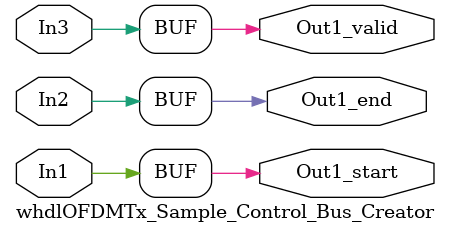
<source format=v>



`timescale 1 ns / 1 ns

module whdlOFDMTx_Sample_Control_Bus_Creator
          (In1,
           In2,
           In3,
           Out1_start,
           Out1_end,
           Out1_valid);


  input   In1;
  input   In2;
  input   In3;
  output  Out1_start;
  output  Out1_end;
  output  Out1_valid;




  assign Out1_start = In1;

  assign Out1_end = In2;

  assign Out1_valid = In3;

endmodule  // whdlOFDMTx_Sample_Control_Bus_Creator


</source>
